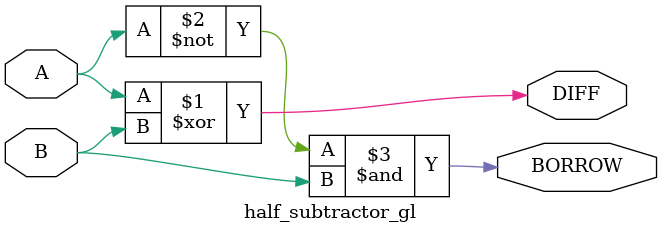
<source format=v>
module half_subtractor_gl(input A, input B, output DIFF, output BORROW);
    xor(DIFF, A, B);
    and(BORROW, ~A, B);
endmodule

</source>
